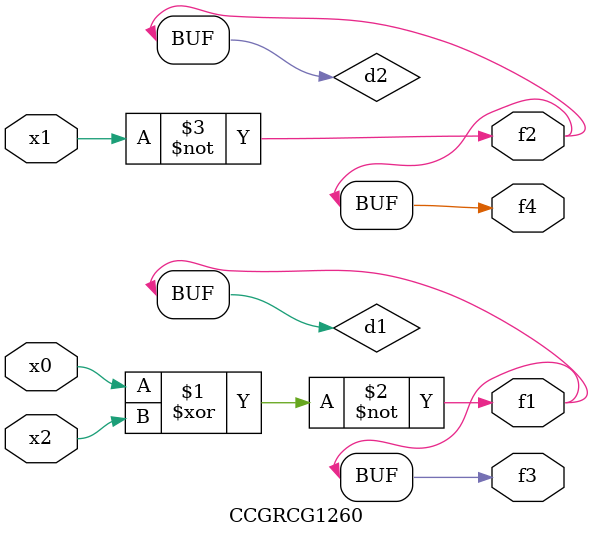
<source format=v>
module CCGRCG1260(
	input x0, x1, x2,
	output f1, f2, f3, f4
);

	wire d1, d2, d3;

	xnor (d1, x0, x2);
	nand (d2, x1);
	nor (d3, x1, x2);
	assign f1 = d1;
	assign f2 = d2;
	assign f3 = d1;
	assign f4 = d2;
endmodule

</source>
